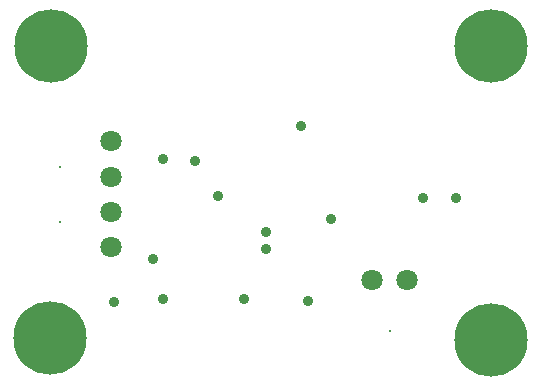
<source format=gbs>
G04*
G04 #@! TF.GenerationSoftware,Altium Limited,Altium Designer,19.1.5 (86)*
G04*
G04 Layer_Color=16711935*
%FSLAX25Y25*%
%MOIN*%
G70*
G01*
G75*
%ADD39C,0.07099*%
%ADD40C,0.00800*%
%ADD41C,0.03556*%
%ADD42C,0.24422*%
D39*
X44961Y45866D02*
D03*
Y57677D02*
D03*
Y69488D02*
D03*
Y81299D02*
D03*
X131890Y35118D02*
D03*
X143701D02*
D03*
D40*
X27953Y72835D02*
D03*
Y54331D02*
D03*
X137795Y18110D02*
D03*
D41*
X62205Y75197D02*
D03*
X72835Y74803D02*
D03*
X80709Y62992D02*
D03*
X59055Y42126D02*
D03*
X96457Y45276D02*
D03*
X148819Y62205D02*
D03*
X159843Y62205D02*
D03*
X118110Y55512D02*
D03*
X96457Y51181D02*
D03*
X108268Y86221D02*
D03*
X110630Y27953D02*
D03*
X89370Y28740D02*
D03*
X46063Y27559D02*
D03*
X62205Y28740D02*
D03*
D42*
X24803Y112992D02*
D03*
X171653D02*
D03*
Y14961D02*
D03*
X24409Y15748D02*
D03*
M02*

</source>
